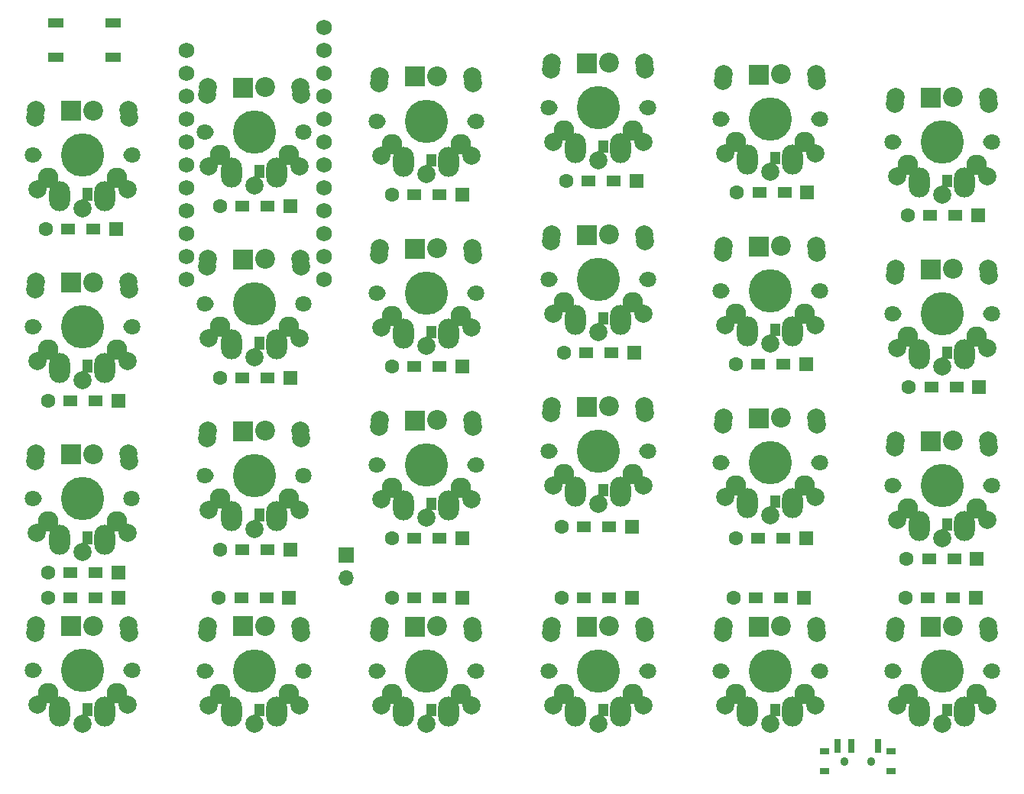
<source format=gbr>
G04 #@! TF.GenerationSoftware,KiCad,Pcbnew,5.1.9*
G04 #@! TF.CreationDate,2021-01-25T17:48:52-06:00*
G04 #@! TF.ProjectId,halfboard,68616c66-626f-4617-9264-2e6b69636164,rev?*
G04 #@! TF.SameCoordinates,Original*
G04 #@! TF.FileFunction,Soldermask,Bot*
G04 #@! TF.FilePolarity,Negative*
%FSLAX46Y46*%
G04 Gerber Fmt 4.6, Leading zero omitted, Abs format (unit mm)*
G04 Created by KiCad (PCBNEW 5.1.9) date 2021-01-25 17:48:52*
%MOMM*%
%LPD*%
G01*
G04 APERTURE LIST*
%ADD10C,0.100000*%
%ADD11C,2.000000*%
%ADD12R,2.200000X2.200000*%
%ADD13C,2.200000*%
%ADD14C,1.193800*%
%ADD15O,2.300000X3.337000*%
%ADD16C,2.286000*%
%ADD17C,1.800000*%
%ADD18C,4.800000*%
%ADD19R,1.700000X1.000000*%
%ADD20R,1.000000X0.800000*%
%ADD21R,0.700000X1.500000*%
%ADD22C,0.900000*%
%ADD23C,1.752600*%
%ADD24R,1.600000X1.200000*%
%ADD25C,1.600000*%
%ADD26R,1.600000X1.600000*%
%ADD27O,1.700000X1.700000*%
%ADD28R,1.700000X1.700000*%
G04 APERTURE END LIST*
D10*
G04 #@! TO.C,SW24*
G36*
X194468303Y-129620530D02*
G01*
X195484303Y-129620530D01*
X195484303Y-130941330D01*
X194468303Y-130941330D01*
X194468303Y-129620530D01*
G37*
X194468303Y-129620530D02*
X195484303Y-129620530D01*
X195484303Y-130941330D01*
X194468303Y-130941330D01*
X194468303Y-129620530D01*
G04 #@! TO.C,SW23*
G36*
X175418303Y-129620530D02*
G01*
X176434303Y-129620530D01*
X176434303Y-130941330D01*
X175418303Y-130941330D01*
X175418303Y-129620530D01*
G37*
X175418303Y-129620530D02*
X176434303Y-129620530D01*
X176434303Y-130941330D01*
X175418303Y-130941330D01*
X175418303Y-129620530D01*
G04 #@! TO.C,SW22*
G36*
X156368303Y-129620530D02*
G01*
X157384303Y-129620530D01*
X157384303Y-130941330D01*
X156368303Y-130941330D01*
X156368303Y-129620530D01*
G37*
X156368303Y-129620530D02*
X157384303Y-129620530D01*
X157384303Y-130941330D01*
X156368303Y-130941330D01*
X156368303Y-129620530D01*
G04 #@! TO.C,SW21*
G36*
X137318303Y-129620530D02*
G01*
X138334303Y-129620530D01*
X138334303Y-130941330D01*
X137318303Y-130941330D01*
X137318303Y-129620530D01*
G37*
X137318303Y-129620530D02*
X138334303Y-129620530D01*
X138334303Y-130941330D01*
X137318303Y-130941330D01*
X137318303Y-129620530D01*
G04 #@! TO.C,SW20*
G36*
X118262400Y-129616200D02*
G01*
X119278400Y-129616200D01*
X119278400Y-130937000D01*
X118262400Y-130937000D01*
X118262400Y-129616200D01*
G37*
X118262400Y-129616200D02*
X119278400Y-129616200D01*
X119278400Y-130937000D01*
X118262400Y-130937000D01*
X118262400Y-129616200D01*
G04 #@! TO.C,SW19*
G36*
X99220000Y-129590800D02*
G01*
X100236000Y-129590800D01*
X100236000Y-130911600D01*
X99220000Y-130911600D01*
X99220000Y-129590800D01*
G37*
X99220000Y-129590800D02*
X100236000Y-129590800D01*
X100236000Y-130911600D01*
X99220000Y-130911600D01*
X99220000Y-129590800D01*
G04 #@! TO.C,SW18*
G36*
X194468303Y-109046530D02*
G01*
X195484303Y-109046530D01*
X195484303Y-110367330D01*
X194468303Y-110367330D01*
X194468303Y-109046530D01*
G37*
X194468303Y-109046530D02*
X195484303Y-109046530D01*
X195484303Y-110367330D01*
X194468303Y-110367330D01*
X194468303Y-109046530D01*
G04 #@! TO.C,SW17*
G36*
X175418303Y-106506530D02*
G01*
X176434303Y-106506530D01*
X176434303Y-107827330D01*
X175418303Y-107827330D01*
X175418303Y-106506530D01*
G37*
X175418303Y-106506530D02*
X176434303Y-106506530D01*
X176434303Y-107827330D01*
X175418303Y-107827330D01*
X175418303Y-106506530D01*
G04 #@! TO.C,SW16*
G36*
X156368303Y-105236530D02*
G01*
X157384303Y-105236530D01*
X157384303Y-106557330D01*
X156368303Y-106557330D01*
X156368303Y-105236530D01*
G37*
X156368303Y-105236530D02*
X157384303Y-105236530D01*
X157384303Y-106557330D01*
X156368303Y-106557330D01*
X156368303Y-105236530D01*
G04 #@! TO.C,SW15*
G36*
X137318303Y-106760530D02*
G01*
X138334303Y-106760530D01*
X138334303Y-108081330D01*
X137318303Y-108081330D01*
X137318303Y-106760530D01*
G37*
X137318303Y-106760530D02*
X138334303Y-106760530D01*
X138334303Y-108081330D01*
X137318303Y-108081330D01*
X137318303Y-106760530D01*
G04 #@! TO.C,SW14*
G36*
X118265231Y-107987030D02*
G01*
X119281231Y-107987030D01*
X119281231Y-109307830D01*
X118265231Y-109307830D01*
X118265231Y-107987030D01*
G37*
X118265231Y-107987030D02*
X119281231Y-107987030D01*
X119281231Y-109307830D01*
X118265231Y-109307830D01*
X118265231Y-107987030D01*
G04 #@! TO.C,SW13*
G36*
X99212400Y-110540800D02*
G01*
X100228400Y-110540800D01*
X100228400Y-111861600D01*
X99212400Y-111861600D01*
X99212400Y-110540800D01*
G37*
X99212400Y-110540800D02*
X100228400Y-110540800D01*
X100228400Y-111861600D01*
X99212400Y-111861600D01*
X99212400Y-110540800D01*
G04 #@! TO.C,SW12*
G36*
X194468303Y-89996530D02*
G01*
X195484303Y-89996530D01*
X195484303Y-91317330D01*
X194468303Y-91317330D01*
X194468303Y-89996530D01*
G37*
X194468303Y-89996530D02*
X195484303Y-89996530D01*
X195484303Y-91317330D01*
X194468303Y-91317330D01*
X194468303Y-89996530D01*
G04 #@! TO.C,SW11*
G36*
X175418303Y-87456530D02*
G01*
X176434303Y-87456530D01*
X176434303Y-88777330D01*
X175418303Y-88777330D01*
X175418303Y-87456530D01*
G37*
X175418303Y-87456530D02*
X176434303Y-87456530D01*
X176434303Y-88777330D01*
X175418303Y-88777330D01*
X175418303Y-87456530D01*
G04 #@! TO.C,SW10*
G36*
X156368303Y-86186530D02*
G01*
X157384303Y-86186530D01*
X157384303Y-87507330D01*
X156368303Y-87507330D01*
X156368303Y-86186530D01*
G37*
X156368303Y-86186530D02*
X157384303Y-86186530D01*
X157384303Y-87507330D01*
X156368303Y-87507330D01*
X156368303Y-86186530D01*
G04 #@! TO.C,SW9*
G36*
X137318303Y-87710530D02*
G01*
X138334303Y-87710530D01*
X138334303Y-89031330D01*
X137318303Y-89031330D01*
X137318303Y-87710530D01*
G37*
X137318303Y-87710530D02*
X138334303Y-87710530D01*
X138334303Y-89031330D01*
X137318303Y-89031330D01*
X137318303Y-87710530D01*
G04 #@! TO.C,SW8*
G36*
X118265231Y-88938629D02*
G01*
X119281231Y-88938629D01*
X119281231Y-90259429D01*
X118265231Y-90259429D01*
X118265231Y-88938629D01*
G37*
X118265231Y-88938629D02*
X119281231Y-88938629D01*
X119281231Y-90259429D01*
X118265231Y-90259429D01*
X118265231Y-88938629D01*
G04 #@! TO.C,SW7*
G36*
X99220000Y-91490800D02*
G01*
X100236000Y-91490800D01*
X100236000Y-92811600D01*
X99220000Y-92811600D01*
X99220000Y-91490800D01*
G37*
X99220000Y-91490800D02*
X100236000Y-91490800D01*
X100236000Y-92811600D01*
X99220000Y-92811600D01*
X99220000Y-91490800D01*
G04 #@! TO.C,SW6*
G36*
X194468303Y-70946530D02*
G01*
X195484303Y-70946530D01*
X195484303Y-72267330D01*
X194468303Y-72267330D01*
X194468303Y-70946530D01*
G37*
X194468303Y-70946530D02*
X195484303Y-70946530D01*
X195484303Y-72267330D01*
X194468303Y-72267330D01*
X194468303Y-70946530D01*
G04 #@! TO.C,SW5*
G36*
X175418303Y-68406530D02*
G01*
X176434303Y-68406530D01*
X176434303Y-69727330D01*
X175418303Y-69727330D01*
X175418303Y-68406530D01*
G37*
X175418303Y-68406530D02*
X176434303Y-68406530D01*
X176434303Y-69727330D01*
X175418303Y-69727330D01*
X175418303Y-68406530D01*
G04 #@! TO.C,SW4*
G36*
X156368303Y-67136530D02*
G01*
X157384303Y-67136530D01*
X157384303Y-68457330D01*
X156368303Y-68457330D01*
X156368303Y-67136530D01*
G37*
X156368303Y-67136530D02*
X157384303Y-67136530D01*
X157384303Y-68457330D01*
X156368303Y-68457330D01*
X156368303Y-67136530D01*
G04 #@! TO.C,SW3*
G36*
X137318303Y-68656530D02*
G01*
X138334303Y-68656530D01*
X138334303Y-69977330D01*
X137318303Y-69977330D01*
X137318303Y-68656530D01*
G37*
X137318303Y-68656530D02*
X138334303Y-68656530D01*
X138334303Y-69977330D01*
X137318303Y-69977330D01*
X137318303Y-68656530D01*
G04 #@! TO.C,SW2*
G36*
X118265231Y-69890530D02*
G01*
X119281231Y-69890530D01*
X119281231Y-71211330D01*
X118265231Y-71211330D01*
X118265231Y-69890530D01*
G37*
X118265231Y-69890530D02*
X119281231Y-69890530D01*
X119281231Y-71211330D01*
X118265231Y-71211330D01*
X118265231Y-69890530D01*
G04 #@! TO.C,SW1*
G36*
X99220000Y-72440800D02*
G01*
X100236000Y-72440800D01*
X100236000Y-73761600D01*
X99220000Y-73761600D01*
X99220000Y-72440800D01*
G37*
X99220000Y-72440800D02*
X100236000Y-72440800D01*
X100236000Y-73761600D01*
X99220000Y-73761600D01*
X99220000Y-72440800D01*
G04 #@! TD*
D11*
G04 #@! TO.C,SW24*
X189248303Y-121788330D03*
X199688303Y-121788330D03*
D12*
X193198303Y-121058330D03*
D13*
X195698303Y-121008330D03*
D14*
X189388303Y-125988330D03*
X199548303Y-125988330D03*
D15*
X191948303Y-130488330D03*
X196988303Y-130488330D03*
D16*
X190658303Y-128528330D03*
X198278303Y-128528330D03*
D11*
X189318303Y-120988330D03*
X199468303Y-129788330D03*
X199618303Y-120988330D03*
X194468303Y-131888330D03*
X189468303Y-129788330D03*
D17*
X188968303Y-125988330D03*
X199968303Y-125988330D03*
D18*
X194468303Y-125988330D03*
G04 #@! TD*
D11*
G04 #@! TO.C,SW23*
X170198303Y-121788330D03*
X180638303Y-121788330D03*
D12*
X174148303Y-121058330D03*
D13*
X176648303Y-121008330D03*
D14*
X170338303Y-125988330D03*
X180498303Y-125988330D03*
D15*
X172898303Y-130488330D03*
X177938303Y-130488330D03*
D16*
X171608303Y-128528330D03*
X179228303Y-128528330D03*
D11*
X170268303Y-120988330D03*
X180418303Y-129788330D03*
X180568303Y-120988330D03*
X175418303Y-131888330D03*
X170418303Y-129788330D03*
D17*
X169918303Y-125988330D03*
X180918303Y-125988330D03*
D18*
X175418303Y-125988330D03*
G04 #@! TD*
D11*
G04 #@! TO.C,SW22*
X151148303Y-121788330D03*
X161588303Y-121788330D03*
D12*
X155098303Y-121058330D03*
D13*
X157598303Y-121008330D03*
D14*
X151288303Y-125988330D03*
X161448303Y-125988330D03*
D15*
X153848303Y-130488330D03*
X158888303Y-130488330D03*
D16*
X152558303Y-128528330D03*
X160178303Y-128528330D03*
D11*
X151218303Y-120988330D03*
X161368303Y-129788330D03*
X161518303Y-120988330D03*
X156368303Y-131888330D03*
X151368303Y-129788330D03*
D17*
X150868303Y-125988330D03*
X161868303Y-125988330D03*
D18*
X156368303Y-125988330D03*
G04 #@! TD*
D11*
G04 #@! TO.C,SW21*
X132098303Y-121788330D03*
X142538303Y-121788330D03*
D12*
X136048303Y-121058330D03*
D13*
X138548303Y-121008330D03*
D14*
X132238303Y-125988330D03*
X142398303Y-125988330D03*
D15*
X134798303Y-130488330D03*
X139838303Y-130488330D03*
D16*
X133508303Y-128528330D03*
X141128303Y-128528330D03*
D11*
X132168303Y-120988330D03*
X142318303Y-129788330D03*
X142468303Y-120988330D03*
X137318303Y-131888330D03*
X132318303Y-129788330D03*
D17*
X131818303Y-125988330D03*
X142818303Y-125988330D03*
D18*
X137318303Y-125988330D03*
G04 #@! TD*
D11*
G04 #@! TO.C,SW20*
X113042400Y-121784000D03*
X123482400Y-121784000D03*
D12*
X116992400Y-121054000D03*
D13*
X119492400Y-121004000D03*
D14*
X113182400Y-125984000D03*
X123342400Y-125984000D03*
D15*
X115742400Y-130484000D03*
X120782400Y-130484000D03*
D16*
X114452400Y-128524000D03*
X122072400Y-128524000D03*
D11*
X113112400Y-120984000D03*
X123262400Y-129784000D03*
X123412400Y-120984000D03*
X118262400Y-131884000D03*
X113262400Y-129784000D03*
D17*
X112762400Y-125984000D03*
X123762400Y-125984000D03*
D18*
X118262400Y-125984000D03*
G04 #@! TD*
D11*
G04 #@! TO.C,SW19*
X94000000Y-121758600D03*
X104440000Y-121758600D03*
D12*
X97950000Y-121028600D03*
D13*
X100450000Y-120978600D03*
D14*
X94140000Y-125958600D03*
X104300000Y-125958600D03*
D15*
X96700000Y-130458600D03*
X101740000Y-130458600D03*
D16*
X95410000Y-128498600D03*
X103030000Y-128498600D03*
D11*
X94070000Y-120958600D03*
X104220000Y-129758600D03*
X104370000Y-120958600D03*
X99220000Y-131858600D03*
X94220000Y-129758600D03*
D17*
X93720000Y-125958600D03*
X104720000Y-125958600D03*
D18*
X99220000Y-125958600D03*
G04 #@! TD*
D11*
G04 #@! TO.C,SW18*
X189248303Y-101214330D03*
X199688303Y-101214330D03*
D12*
X193198303Y-100484330D03*
D13*
X195698303Y-100434330D03*
D14*
X189388303Y-105414330D03*
X199548303Y-105414330D03*
D15*
X191948303Y-109914330D03*
X196988303Y-109914330D03*
D16*
X190658303Y-107954330D03*
X198278303Y-107954330D03*
D11*
X189318303Y-100414330D03*
X199468303Y-109214330D03*
X199618303Y-100414330D03*
X194468303Y-111314330D03*
X189468303Y-109214330D03*
D17*
X188968303Y-105414330D03*
X199968303Y-105414330D03*
D18*
X194468303Y-105414330D03*
G04 #@! TD*
D11*
G04 #@! TO.C,SW17*
X170198303Y-98674330D03*
X180638303Y-98674330D03*
D12*
X174148303Y-97944330D03*
D13*
X176648303Y-97894330D03*
D14*
X170338303Y-102874330D03*
X180498303Y-102874330D03*
D15*
X172898303Y-107374330D03*
X177938303Y-107374330D03*
D16*
X171608303Y-105414330D03*
X179228303Y-105414330D03*
D11*
X170268303Y-97874330D03*
X180418303Y-106674330D03*
X180568303Y-97874330D03*
X175418303Y-108774330D03*
X170418303Y-106674330D03*
D17*
X169918303Y-102874330D03*
X180918303Y-102874330D03*
D18*
X175418303Y-102874330D03*
G04 #@! TD*
D11*
G04 #@! TO.C,SW16*
X151148303Y-97404330D03*
X161588303Y-97404330D03*
D12*
X155098303Y-96674330D03*
D13*
X157598303Y-96624330D03*
D14*
X151288303Y-101604330D03*
X161448303Y-101604330D03*
D15*
X153848303Y-106104330D03*
X158888303Y-106104330D03*
D16*
X152558303Y-104144330D03*
X160178303Y-104144330D03*
D11*
X151218303Y-96604330D03*
X161368303Y-105404330D03*
X161518303Y-96604330D03*
X156368303Y-107504330D03*
X151368303Y-105404330D03*
D17*
X150868303Y-101604330D03*
X161868303Y-101604330D03*
D18*
X156368303Y-101604330D03*
G04 #@! TD*
D11*
G04 #@! TO.C,SW15*
X132098303Y-98928330D03*
X142538303Y-98928330D03*
D12*
X136048303Y-98198330D03*
D13*
X138548303Y-98148330D03*
D14*
X132238303Y-103128330D03*
X142398303Y-103128330D03*
D15*
X134798303Y-107628330D03*
X139838303Y-107628330D03*
D16*
X133508303Y-105668330D03*
X141128303Y-105668330D03*
D11*
X132168303Y-98128330D03*
X142318303Y-106928330D03*
X142468303Y-98128330D03*
X137318303Y-109028330D03*
X132318303Y-106928330D03*
D17*
X131818303Y-103128330D03*
X142818303Y-103128330D03*
D18*
X137318303Y-103128330D03*
G04 #@! TD*
D11*
G04 #@! TO.C,SW14*
X113045231Y-100154830D03*
X123485231Y-100154830D03*
D12*
X116995231Y-99424830D03*
D13*
X119495231Y-99374830D03*
D14*
X113185231Y-104354830D03*
X123345231Y-104354830D03*
D15*
X115745231Y-108854830D03*
X120785231Y-108854830D03*
D16*
X114455231Y-106894830D03*
X122075231Y-106894830D03*
D11*
X113115231Y-99354830D03*
X123265231Y-108154830D03*
X123415231Y-99354830D03*
X118265231Y-110254830D03*
X113265231Y-108154830D03*
D17*
X112765231Y-104354830D03*
X123765231Y-104354830D03*
D18*
X118265231Y-104354830D03*
G04 #@! TD*
D11*
G04 #@! TO.C,SW13*
X93992400Y-102708600D03*
X104432400Y-102708600D03*
D12*
X97942400Y-101978600D03*
D13*
X100442400Y-101928600D03*
D14*
X94132400Y-106908600D03*
X104292400Y-106908600D03*
D15*
X96692400Y-111408600D03*
X101732400Y-111408600D03*
D16*
X95402400Y-109448600D03*
X103022400Y-109448600D03*
D11*
X94062400Y-101908600D03*
X104212400Y-110708600D03*
X104362400Y-101908600D03*
X99212400Y-112808600D03*
X94212400Y-110708600D03*
D17*
X93712400Y-106908600D03*
X104712400Y-106908600D03*
D18*
X99212400Y-106908600D03*
G04 #@! TD*
D11*
G04 #@! TO.C,SW12*
X189248303Y-82164330D03*
X199688303Y-82164330D03*
D12*
X193198303Y-81434330D03*
D13*
X195698303Y-81384330D03*
D14*
X189388303Y-86364330D03*
X199548303Y-86364330D03*
D15*
X191948303Y-90864330D03*
X196988303Y-90864330D03*
D16*
X190658303Y-88904330D03*
X198278303Y-88904330D03*
D11*
X189318303Y-81364330D03*
X199468303Y-90164330D03*
X199618303Y-81364330D03*
X194468303Y-92264330D03*
X189468303Y-90164330D03*
D17*
X188968303Y-86364330D03*
X199968303Y-86364330D03*
D18*
X194468303Y-86364330D03*
G04 #@! TD*
D11*
G04 #@! TO.C,SW11*
X170198303Y-79624330D03*
X180638303Y-79624330D03*
D12*
X174148303Y-78894330D03*
D13*
X176648303Y-78844330D03*
D14*
X170338303Y-83824330D03*
X180498303Y-83824330D03*
D15*
X172898303Y-88324330D03*
X177938303Y-88324330D03*
D16*
X171608303Y-86364330D03*
X179228303Y-86364330D03*
D11*
X170268303Y-78824330D03*
X180418303Y-87624330D03*
X180568303Y-78824330D03*
X175418303Y-89724330D03*
X170418303Y-87624330D03*
D17*
X169918303Y-83824330D03*
X180918303Y-83824330D03*
D18*
X175418303Y-83824330D03*
G04 #@! TD*
D11*
G04 #@! TO.C,SW10*
X151148303Y-78354330D03*
X161588303Y-78354330D03*
D12*
X155098303Y-77624330D03*
D13*
X157598303Y-77574330D03*
D14*
X151288303Y-82554330D03*
X161448303Y-82554330D03*
D15*
X153848303Y-87054330D03*
X158888303Y-87054330D03*
D16*
X152558303Y-85094330D03*
X160178303Y-85094330D03*
D11*
X151218303Y-77554330D03*
X161368303Y-86354330D03*
X161518303Y-77554330D03*
X156368303Y-88454330D03*
X151368303Y-86354330D03*
D17*
X150868303Y-82554330D03*
X161868303Y-82554330D03*
D18*
X156368303Y-82554330D03*
G04 #@! TD*
D11*
G04 #@! TO.C,SW9*
X132098303Y-79878330D03*
X142538303Y-79878330D03*
D12*
X136048303Y-79148330D03*
D13*
X138548303Y-79098330D03*
D14*
X132238303Y-84078330D03*
X142398303Y-84078330D03*
D15*
X134798303Y-88578330D03*
X139838303Y-88578330D03*
D16*
X133508303Y-86618330D03*
X141128303Y-86618330D03*
D11*
X132168303Y-79078330D03*
X142318303Y-87878330D03*
X142468303Y-79078330D03*
X137318303Y-89978330D03*
X132318303Y-87878330D03*
D17*
X131818303Y-84078330D03*
X142818303Y-84078330D03*
D18*
X137318303Y-84078330D03*
G04 #@! TD*
D11*
G04 #@! TO.C,SW8*
X113045231Y-81106429D03*
X123485231Y-81106429D03*
D12*
X116995231Y-80376429D03*
D13*
X119495231Y-80326429D03*
D14*
X113185231Y-85306429D03*
X123345231Y-85306429D03*
D15*
X115745231Y-89806429D03*
X120785231Y-89806429D03*
D16*
X114455231Y-87846429D03*
X122075231Y-87846429D03*
D11*
X113115231Y-80306429D03*
X123265231Y-89106429D03*
X123415231Y-80306429D03*
X118265231Y-91206429D03*
X113265231Y-89106429D03*
D17*
X112765231Y-85306429D03*
X123765231Y-85306429D03*
D18*
X118265231Y-85306429D03*
G04 #@! TD*
D11*
G04 #@! TO.C,SW7*
X94000000Y-83658600D03*
X104440000Y-83658600D03*
D12*
X97950000Y-82928600D03*
D13*
X100450000Y-82878600D03*
D14*
X94140000Y-87858600D03*
X104300000Y-87858600D03*
D15*
X96700000Y-92358600D03*
X101740000Y-92358600D03*
D16*
X95410000Y-90398600D03*
X103030000Y-90398600D03*
D11*
X94070000Y-82858600D03*
X104220000Y-91658600D03*
X104370000Y-82858600D03*
X99220000Y-93758600D03*
X94220000Y-91658600D03*
D17*
X93720000Y-87858600D03*
X104720000Y-87858600D03*
D18*
X99220000Y-87858600D03*
G04 #@! TD*
D11*
G04 #@! TO.C,SW6*
X189248303Y-63114330D03*
X199688303Y-63114330D03*
D12*
X193198303Y-62384330D03*
D13*
X195698303Y-62334330D03*
D14*
X189388303Y-67314330D03*
X199548303Y-67314330D03*
D15*
X191948303Y-71814330D03*
X196988303Y-71814330D03*
D16*
X190658303Y-69854330D03*
X198278303Y-69854330D03*
D11*
X189318303Y-62314330D03*
X199468303Y-71114330D03*
X199618303Y-62314330D03*
X194468303Y-73214330D03*
X189468303Y-71114330D03*
D17*
X188968303Y-67314330D03*
X199968303Y-67314330D03*
D18*
X194468303Y-67314330D03*
G04 #@! TD*
D11*
G04 #@! TO.C,SW5*
X170198303Y-60574330D03*
X180638303Y-60574330D03*
D12*
X174148303Y-59844330D03*
D13*
X176648303Y-59794330D03*
D14*
X170338303Y-64774330D03*
X180498303Y-64774330D03*
D15*
X172898303Y-69274330D03*
X177938303Y-69274330D03*
D16*
X171608303Y-67314330D03*
X179228303Y-67314330D03*
D11*
X170268303Y-59774330D03*
X180418303Y-68574330D03*
X180568303Y-59774330D03*
X175418303Y-70674330D03*
X170418303Y-68574330D03*
D17*
X169918303Y-64774330D03*
X180918303Y-64774330D03*
D18*
X175418303Y-64774330D03*
G04 #@! TD*
D11*
G04 #@! TO.C,SW4*
X151148303Y-59304330D03*
X161588303Y-59304330D03*
D12*
X155098303Y-58574330D03*
D13*
X157598303Y-58524330D03*
D14*
X151288303Y-63504330D03*
X161448303Y-63504330D03*
D15*
X153848303Y-68004330D03*
X158888303Y-68004330D03*
D16*
X152558303Y-66044330D03*
X160178303Y-66044330D03*
D11*
X151218303Y-58504330D03*
X161368303Y-67304330D03*
X161518303Y-58504330D03*
X156368303Y-69404330D03*
X151368303Y-67304330D03*
D17*
X150868303Y-63504330D03*
X161868303Y-63504330D03*
D18*
X156368303Y-63504330D03*
G04 #@! TD*
D11*
G04 #@! TO.C,SW3*
X132098303Y-60824330D03*
X142538303Y-60824330D03*
D12*
X136048303Y-60094330D03*
D13*
X138548303Y-60044330D03*
D14*
X132238303Y-65024330D03*
X142398303Y-65024330D03*
D15*
X134798303Y-69524330D03*
X139838303Y-69524330D03*
D16*
X133508303Y-67564330D03*
X141128303Y-67564330D03*
D11*
X132168303Y-60024330D03*
X142318303Y-68824330D03*
X142468303Y-60024330D03*
X137318303Y-70924330D03*
X132318303Y-68824330D03*
D17*
X131818303Y-65024330D03*
X142818303Y-65024330D03*
D18*
X137318303Y-65024330D03*
G04 #@! TD*
D11*
G04 #@! TO.C,SW2*
X113045231Y-62058330D03*
X123485231Y-62058330D03*
D12*
X116995231Y-61328330D03*
D13*
X119495231Y-61278330D03*
D14*
X113185231Y-66258330D03*
X123345231Y-66258330D03*
D15*
X115745231Y-70758330D03*
X120785231Y-70758330D03*
D16*
X114455231Y-68798330D03*
X122075231Y-68798330D03*
D11*
X113115231Y-61258330D03*
X123265231Y-70058330D03*
X123415231Y-61258330D03*
X118265231Y-72158330D03*
X113265231Y-70058330D03*
D17*
X112765231Y-66258330D03*
X123765231Y-66258330D03*
D18*
X118265231Y-66258330D03*
G04 #@! TD*
D11*
G04 #@! TO.C,SW1*
X94000000Y-64608600D03*
X104440000Y-64608600D03*
D12*
X97950000Y-63878600D03*
D13*
X100450000Y-63828600D03*
D14*
X94140000Y-68808600D03*
X104300000Y-68808600D03*
D15*
X96700000Y-73308600D03*
X101740000Y-73308600D03*
D16*
X95410000Y-71348600D03*
X103030000Y-71348600D03*
D11*
X94070000Y-63808600D03*
X104220000Y-72608600D03*
X104370000Y-63808600D03*
X99220000Y-74708600D03*
X94220000Y-72608600D03*
D17*
X93720000Y-68808600D03*
X104720000Y-68808600D03*
D18*
X99220000Y-68808600D03*
G04 #@! TD*
D19*
G04 #@! TO.C,RESET2*
X102616400Y-54157800D03*
X96316400Y-54157800D03*
X102616400Y-57957800D03*
X96316400Y-57957800D03*
G04 #@! TD*
D20*
G04 #@! TO.C,PWR_SW2*
X188790600Y-134932200D03*
X181490600Y-134932200D03*
X181490600Y-137142200D03*
X188790600Y-137142200D03*
D21*
X182890600Y-134282200D03*
X184390600Y-134282200D03*
X187390600Y-134282200D03*
D22*
X183640600Y-136042200D03*
X186640600Y-136042200D03*
G04 #@! TD*
D23*
G04 #@! TO.C,U1*
X110744000Y-57150000D03*
X110744000Y-59690000D03*
X110744000Y-62230000D03*
X110744000Y-64770000D03*
X110744000Y-67310000D03*
X110744000Y-69850000D03*
X110744000Y-72390000D03*
X110744000Y-74930000D03*
X110744000Y-77470000D03*
X110744000Y-80010000D03*
X125984000Y-82550000D03*
X125984000Y-80010000D03*
X125984000Y-77470000D03*
X125984000Y-74930000D03*
X125984000Y-72390000D03*
X125984000Y-69850000D03*
X125984000Y-67310000D03*
X125984000Y-64770000D03*
X125984000Y-62230000D03*
X125984000Y-59690000D03*
X125984000Y-57150000D03*
X110744000Y-82550000D03*
X125984000Y-54610000D03*
G04 #@! TD*
D22*
G04 #@! TO.C,PWR_SW1*
X186666000Y-136016800D03*
X183666000Y-136016800D03*
G04 #@! TD*
D24*
G04 #@! TO.C,D24*
X192910000Y-117856000D03*
X195710000Y-117856000D03*
D25*
X190410000Y-117856000D03*
D26*
X198210000Y-117856000D03*
G04 #@! TD*
D24*
G04 #@! TO.C,D23*
X173860000Y-117856000D03*
X176660000Y-117856000D03*
D25*
X171360000Y-117856000D03*
D26*
X179160000Y-117856000D03*
G04 #@! TD*
D24*
G04 #@! TO.C,D22*
X154810000Y-117856000D03*
X157610000Y-117856000D03*
D25*
X152310000Y-117856000D03*
D26*
X160110000Y-117856000D03*
G04 #@! TD*
D24*
G04 #@! TO.C,D21*
X136014000Y-117856000D03*
X138814000Y-117856000D03*
D25*
X133514000Y-117856000D03*
D26*
X141314000Y-117856000D03*
G04 #@! TD*
D24*
G04 #@! TO.C,D20*
X116840000Y-117856000D03*
X119640000Y-117856000D03*
D25*
X114340000Y-117856000D03*
D26*
X122140000Y-117856000D03*
G04 #@! TD*
D24*
G04 #@! TO.C,D19*
X97914000Y-117856000D03*
X100714000Y-117856000D03*
D25*
X95414000Y-117856000D03*
D26*
X103214000Y-117856000D03*
G04 #@! TD*
D24*
G04 #@! TO.C,D18*
X193034000Y-113538000D03*
X195834000Y-113538000D03*
D25*
X190534000Y-113538000D03*
D26*
X198334000Y-113538000D03*
G04 #@! TD*
D24*
G04 #@! TO.C,D17*
X174114000Y-111252000D03*
X176914000Y-111252000D03*
D25*
X171614000Y-111252000D03*
D26*
X179414000Y-111252000D03*
G04 #@! TD*
D24*
G04 #@! TO.C,D16*
X154810000Y-109982000D03*
X157610000Y-109982000D03*
D25*
X152310000Y-109982000D03*
D26*
X160110000Y-109982000D03*
G04 #@! TD*
D24*
G04 #@! TO.C,D15*
X136014000Y-111252000D03*
X138814000Y-111252000D03*
D25*
X133514000Y-111252000D03*
D26*
X141314000Y-111252000D03*
G04 #@! TD*
D24*
G04 #@! TO.C,D14*
X116964000Y-112522000D03*
X119764000Y-112522000D03*
D25*
X114464000Y-112522000D03*
D26*
X122264000Y-112522000D03*
G04 #@! TD*
D24*
G04 #@! TO.C,D13*
X97914000Y-115062000D03*
X100714000Y-115062000D03*
D25*
X95414000Y-115062000D03*
D26*
X103214000Y-115062000D03*
G04 #@! TD*
D24*
G04 #@! TO.C,D12*
X193288000Y-94488000D03*
X196088000Y-94488000D03*
D25*
X190788000Y-94488000D03*
D26*
X198588000Y-94488000D03*
G04 #@! TD*
D24*
G04 #@! TO.C,D11*
X174114000Y-91948000D03*
X176914000Y-91948000D03*
D25*
X171614000Y-91948000D03*
D26*
X179414000Y-91948000D03*
G04 #@! TD*
D24*
G04 #@! TO.C,D10*
X155064000Y-90678000D03*
X157864000Y-90678000D03*
D25*
X152564000Y-90678000D03*
D26*
X160364000Y-90678000D03*
G04 #@! TD*
D24*
G04 #@! TO.C,D9*
X136014000Y-92202000D03*
X138814000Y-92202000D03*
D25*
X133514000Y-92202000D03*
D26*
X141314000Y-92202000D03*
G04 #@! TD*
D24*
G04 #@! TO.C,D8*
X116964000Y-93472000D03*
X119764000Y-93472000D03*
D25*
X114464000Y-93472000D03*
D26*
X122264000Y-93472000D03*
G04 #@! TD*
D24*
G04 #@! TO.C,D7*
X97914000Y-96012000D03*
X100714000Y-96012000D03*
D25*
X95414000Y-96012000D03*
D26*
X103214000Y-96012000D03*
G04 #@! TD*
D24*
G04 #@! TO.C,D6*
X193164000Y-75438000D03*
X195964000Y-75438000D03*
D25*
X190664000Y-75438000D03*
D26*
X198464000Y-75438000D03*
G04 #@! TD*
D24*
G04 #@! TO.C,D5*
X174238000Y-72898000D03*
X177038000Y-72898000D03*
D25*
X171738000Y-72898000D03*
D26*
X179538000Y-72898000D03*
G04 #@! TD*
D24*
G04 #@! TO.C,D4*
X155318000Y-71628000D03*
X158118000Y-71628000D03*
D25*
X152818000Y-71628000D03*
D26*
X160618000Y-71628000D03*
G04 #@! TD*
D24*
G04 #@! TO.C,D3*
X136014000Y-73152000D03*
X138814000Y-73152000D03*
D25*
X133514000Y-73152000D03*
D26*
X141314000Y-73152000D03*
G04 #@! TD*
D24*
G04 #@! TO.C,D2*
X116964000Y-74422000D03*
X119764000Y-74422000D03*
D25*
X114464000Y-74422000D03*
D26*
X122264000Y-74422000D03*
G04 #@! TD*
D24*
G04 #@! TO.C,D1*
X97660000Y-76962000D03*
X100460000Y-76962000D03*
D25*
X95160000Y-76962000D03*
D26*
X102960000Y-76962000D03*
G04 #@! TD*
D27*
G04 #@! TO.C,BAT1*
X128473200Y-115697000D03*
D28*
X128473200Y-113157000D03*
G04 #@! TD*
M02*

</source>
